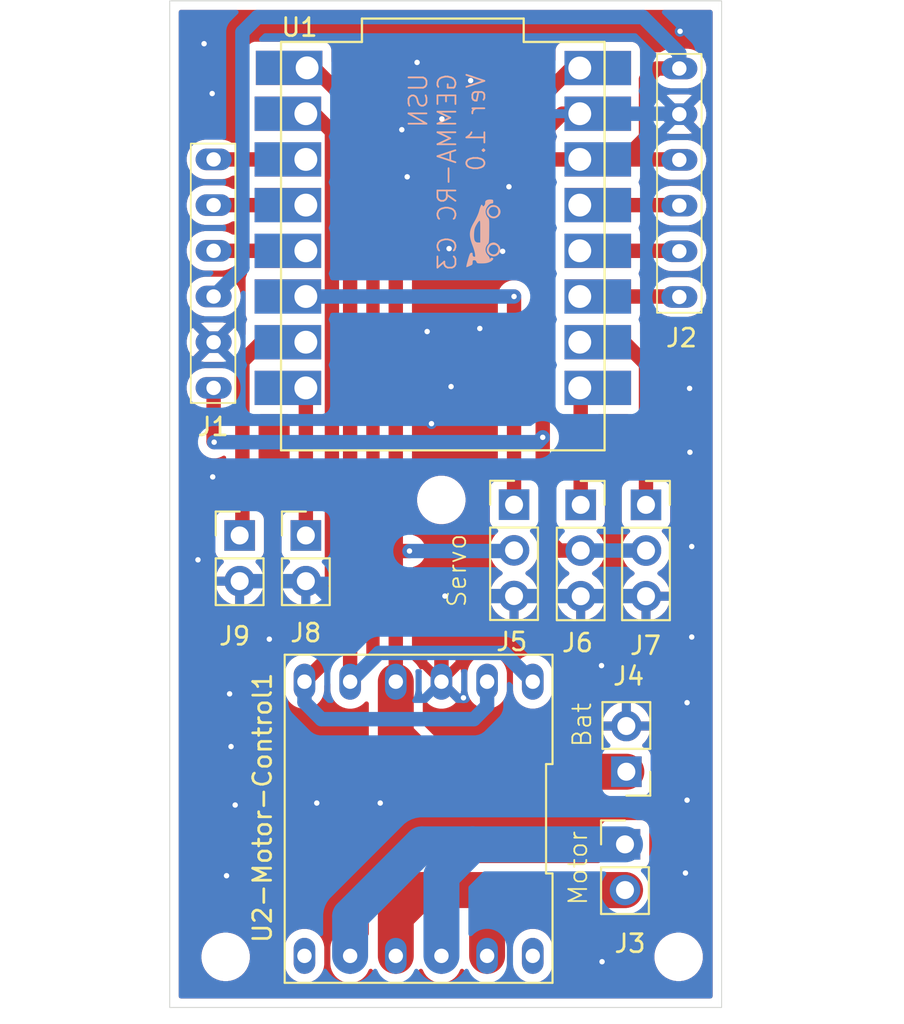
<source format=kicad_pcb>
(kicad_pcb (version 20240108) (generator "pcbnew") (generator_version "8.0")
  (layers (0 "F.Cu" signal) (31 "B.Cu" signal) (34 "B.Paste" user) (35 "F.Paste" user) (36 "B.SilkS" user "B.Silkscreen") (37 "F.SilkS" user "F.Silkscreen") (38 "B.Mask" user) (39 "F.Mask" user) (44 "Edge.Cuts" user))
  (net 0 "")
  (net 1 "Net-(J3-Pin_2)")
  (net 2 "Net-(J3-Pin_1)")
  (net 3 "GND")
  (net 4 "+BATT")
  (net 5 "/Servo_SIGN")
  (net 6 "+3.3V")
  (net 7 "/ADC0")
  (net 8 "/ADC1")
  (net 9 "/GP21")
  (net 10 "/INT1")
  (net 11 "/SDA0")
  (net 12 "/MC_1")
  (net 13 "/MC_2")
  (net 14 "/INT0")
  (net 15 "/GP20")
  (net 16 "/SCL1")
  (net 17 "/SDA1")
  (net 18 "/SCL0")
  (footprint "Connector_PinSocket_2.54mm:PinSocket_1x03_P2.54mm_Vertical" (layer "F.Cu") (at 125.5522 61.8744)
    (property "Reference" "J6" (at -0.1778 7.6708 0) (layer "F.SilkS"))
    (property "Value" "Pot")
    (pad "1" thru_hole rect (at 0 0) (size 1.7 1.7) (drill 1) (layers "*.Cu" "*.Mask") (net 7 "/ADC0"))
    (pad "2" thru_hole oval (at 0 2.54) (size 1.7 1.7) (drill 1) (layers "*.Cu" "*.Mask") (net 6 "+3.3V"))
    (pad "3" thru_hole oval (at 0 5.08) (size 1.7 1.7) (drill 1) (layers "*.Cu" "*.Mask") (net 3 "GND"))
  )
  (footprint "apds:SIP-6" (layer "F.Cu") (at 131.0386 43.9674 90)
    (property "Reference" "J2" (at -8.626 0.12 0) (layer "F.SilkS"))
    (property "Value" "I2C_CH1")
    (pad "1" thru_hole oval (at -6.35 0 90) (size 1.2 2) (drill 0.8) (layers "*.Cu" "*.Mask") (net 10 "/INT1"))
    (pad "2" thru_hole oval (at -3.81 0 90) (size 1.2 2) (drill 0.8) (layers "*.Cu" "*.Mask") (net 17 "/SDA1"))
    (pad "3" thru_hole oval (at -1.27 0 90) (size 1.2 2) (drill 0.8) (layers "*.Cu" "*.Mask") (net 16 "/SCL1"))
    (pad "4" thru_hole oval (at 1.27 0 90) (size 1.2 2) (drill 0.8) (layers "*.Cu" "*.Mask") (net 6 "+3.3V"))
    (pad "5" thru_hole oval (at 3.81 0 90) (size 1.2 2) (drill 0.8) (layers "*.Cu" "*.Mask") (net 3 "GND"))
    (pad "6" thru_hole oval (at 6.35 0 90) (size 1.2 2) (drill 0.8) (layers "*.Cu" "*.Mask") (net 6 "+3.3V"))
  )
  (footprint "Connector_PinSocket_2.54mm:PinSocket_1x03_P2.54mm_Vertical" (layer "F.Cu") (at 129.1844 61.8744)
    (property "Reference" "J7" (at -0.0254 7.8232 0) (layer "F.SilkS"))
    (property "Value" "Pot")
    (pad "1" thru_hole rect (at 0 0) (size 1.7 1.7) (drill 1) (layers "*.Cu" "*.Mask") (net 8 "/ADC1"))
    (pad "2" thru_hole oval (at 0 2.54) (size 1.7 1.7) (drill 1) (layers "*.Cu" "*.Mask") (net 6 "+3.3V"))
    (pad "3" thru_hole oval (at 0 5.08) (size 1.7 1.7) (drill 1) (layers "*.Cu" "*.Mask") (net 3 "GND"))
  )
  (footprint "Connector_PinHeader_2.54mm:PinHeader_1x02_P2.54mm_Vertical" (layer "F.Cu") (at 106.5784 63.5762)
    (property "Reference" "J9" (at -0.2794 5.593 0) (layer "F.SilkS"))
    (property "Value" "Ext2")
    (pad "1" thru_hole rect (at 0 0) (size 1.7 1.7) (drill 1) (layers "*.Cu" "*.Mask") (net 15 "/GP20"))
    (pad "2" thru_hole oval (at 0 2.54) (size 1.7 1.7) (drill 1) (layers "*.Cu" "*.Mask") (net 3 "GND"))
  )
  (footprint "apds:SIP-6" (layer "F.Cu") (at 105.1306 49.022 -90)
    (property "Reference" "J1" (at 8.509 0.0254 0) (layer "F.SilkS"))
    (property "Value" "I2C_CH0")
    (pad "1" thru_hole oval (at -6.35 0 270) (size 1.2 2) (drill 0.8) (layers "*.Cu" "*.Mask") (net 14 "/INT0"))
    (pad "2" thru_hole oval (at -3.81 0 270) (size 1.2 2) (drill 0.8) (layers "*.Cu" "*.Mask") (net 11 "/SDA0"))
    (pad "3" thru_hole oval (at -1.27 0 270) (size 1.2 2) (drill 0.8) (layers "*.Cu" "*.Mask") (net 18 "/SCL0"))
    (pad "4" thru_hole oval (at 1.27 0 270) (size 1.2 2) (drill 0.8) (layers "*.Cu" "*.Mask") (net 6 "+3.3V"))
    (pad "5" thru_hole oval (at 3.81 0 270) (size 1.2 2) (drill 0.8) (layers "*.Cu" "*.Mask") (net 3 "GND"))
    (pad "6" thru_hole oval (at 6.35 0 270) (size 1.2 2) (drill 0.8) (layers "*.Cu" "*.Mask") (net 6 "+3.3V"))
  )
  (footprint "MountingHole:MountingHole_2.2mm_M2_DIN965" (layer "F.Cu") (at 105.8 87)
    (property "Reference" "REF**" (hide yes))
    (property "Value" "MountingHole_2.2mm_M2_DIN965")
    (pad "" np_thru_hole circle (at 0 0) (size 2.2 2.2) (drill 2.2) (layers "*.Cu" "*.Mask"))
  )
  (footprint "MountingHole:MountingHole_2.2mm_M2_DIN965" (layer "F.Cu") (at 131 87)
    (property "Reference" "REF**" (hide yes))
    (property "Value" "MountingHole_2.2mm_M2_DIN965")
    (pad "" np_thru_hole circle (at 0 0) (size 2.2 2.2) (drill 2.2) (layers "*.Cu" "*.Mask"))
  )
  (footprint "Connector_PinHeader_2.54mm:PinHeader_1x02_P2.54mm_Vertical" (layer "F.Cu") (at 110.2614 63.5762)
    (property "Reference" "J8" (at 0 5.4152 0) (layer "F.SilkS"))
    (property "Value" "Ext1")
    (pad "1" thru_hole rect (at 0 0) (size 1.7 1.7) (drill 1) (layers "*.Cu" "*.Mask") (net 9 "/GP21"))
    (pad "2" thru_hole oval (at 0 2.54) (size 1.7 1.7) (drill 1) (layers "*.Cu" "*.Mask") (net 3 "GND"))
  )
  (footprint "MountingHole:MountingHole_2.2mm_M2_DIN965" (layer "F.Cu") (at 117.8 61.6)
    (property "Reference" "REF**" (hide yes))
    (property "Value" "MountingHole_2.2mm_M2_DIN965")
    (pad "" np_thru_hole circle (at 0 0) (size 2.2 2.2) (drill 2.2) (layers "*.Cu" "*.Mask"))
  )
  (footprint "Connector_PinHeader_2.54mm:PinHeader_1x02_P2.54mm_Vertical" (layer "F.Cu") (at 128.0922 76.708 180)
    (property "Reference" "J4" (at -0.127 5.3086 180) (layer "F.SilkS"))
    (property "Value" "3.7V Battery")
    (pad "1" thru_hole rect (at 0 0 180) (size 1.7 1.7) (drill 1) (layers "*.Cu" "*.Mask") (net 4 "+BATT"))
    (pad "2" thru_hole oval (at 0 2.54 180) (size 1.7 1.7) (drill 1) (layers "*.Cu" "*.Mask") (net 3 "GND"))
  )
  (footprint "espc3Library:MODULE_ESP32-C3_SUPERMINI" (layer "F.Cu") (at 117.8814 47.492)
    (property "Reference" "U1" (at -7.9756 -12.1606 0) (layer "F.SilkS"))
    (property "Value" "ESP32-C3_SUPERMINI")
    (pad "0" thru_hole rect (at 7.62 7.88) (size 3.7 1.905) (drill 1.27 (offset 1 0)) (layers "*.Cu" "*.Mask") (net 7 "/ADC0"))
    (pad "1" thru_hole rect (at 7.62 5.34) (size 3.7 1.905) (drill 1.27 (offset 1 0)) (layers "*.Cu" "*.Mask") (net 8 "/ADC1"))
    (pad "2" thru_hole rect (at 7.62 2.8) (size 3.7 1.905) (drill 1.27 (offset 1 0)) (layers "*.Cu" "*.Mask") (net 10 "/INT1"))
    (pad "3" thru_hole rect (at 7.62 0.26) (size 3.7 1.905) (drill 1.27 (offset 1 0)) (layers "*.Cu" "*.Mask") (net 17 "/SDA1"))
    (pad "3.3" thru_hole rect (at 7.62 -4.82) (size 3.7 1.905) (drill 1.27 (offset 1 0)) (layers "*.Cu" "*.Mask") (net 6 "+3.3V"))
    (pad "4" thru_hole rect (at 7.62 -2.28) (size 3.7 1.905) (drill 1.27 (offset 1 0)) (layers "*.Cu" "*.Mask") (net 16 "/SCL1"))
    (pad "5" thru_hole rect (at -7.55 -9.91) (size 3.7 1.905) (drill 1.27 (offset -1 0)) (layers "*.Cu" "*.Mask") (net 13 "/MC_2"))
    (pad "5V" thru_hole rect (at 7.62 -9.9) (size 3.7 1.905) (drill 1.27 (offset 1 0)) (layers "*.Cu" "*.Mask") (net 4 "+BATT"))
    (pad "6" thru_hole rect (at -7.62 -7.36) (size 3.7 1.905) (drill 1.27 (offset -1 0)) (layers "*.Cu" "*.Mask") (net 12 "/MC_1"))
    (pad "7" thru_hole rect (at -7.62 -4.82) (size 3.7 1.905) (drill 1.27 (offset -1 0)) (layers "*.Cu" "*.Mask") (net 14 "/INT0"))
    (pad "8" thru_hole rect (at -7.62 -2.28) (size 3.7 1.905) (drill 1.27 (offset -1 0)) (layers "*.Cu" "*.Mask") (net 11 "/SDA0"))
    (pad "9" thru_hole rect (at -7.62 0.26) (size 3.7 1.905) (drill 1.27 (offset -1 0)) (layers "*.Cu" "*.Mask") (net 18 "/SCL0"))
    (pad "10" thru_hole rect (at -7.62 2.8) (size 3.7 1.905) (drill 1.27 (offset -1 0)) (layers "*.Cu" "*.Mask") (net 5 "/Servo_SIGN"))
    (pad "20" thru_hole rect (at -7.62 5.34) (size 3.7 1.905) (drill 1.27 (offset -1 0)) (layers "*.Cu" "*.Mask") (net 15 "/GP20"))
    (pad "21" thru_hole rect (at -7.62 7.88) (size 3.7 1.905) (drill 1.27 (offset -1 0)) (layers "*.Cu" "*.Mask") (net 9 "/GP21"))
    (pad "G" thru_hole rect (at 7.62 -7.36) (size 3.7 1.905) (drill 1.27 (offset 1 0)) (layers "*.Cu" "*.Mask") (net 3 "GND"))
  )
  (footprint "espc3Library:DIP-12_600_ELL" (layer "F.Cu") (at 116.5352 79.3242 180)
    (property "Reference" "U2-Motor-Control1" (at 8.6868 0.6096 -90) (layer "F.SilkS"))
    (property "Value" "~")
    (pad "1" thru_hole oval (at -6.35 7.62 180) (size 1.2 2) (drill 0.8) (layers "*.Cu" "*.Mask") (net 13 "/MC_2"))
    (pad "2" thru_hole oval (at -3.81 7.62 180) (size 1.2 2) (drill 0.8) (layers "*.Cu" "*.Mask") (net 12 "/MC_1"))
    (pad "3" thru_hole oval (at -1.27 7.62 180) (size 1.2 2) (drill 0.8) (layers "*.Cu" "*.Mask") (net 3 "GND"))
    (pad "4" thru_hole oval (at 1.27 7.62 180) (size 1.2 2) (drill 0.8) (layers "*.Cu" "*.Mask") (net 4 "+BATT"))
    (pad "5" thru_hole oval (at 3.81 7.62 180) (size 1.2 2) (drill 0.8) (layers "*.Cu" "*.Mask") (net 13 "/MC_2"))
    (pad "6" thru_hole oval (at 6.35 7.62 180) (size 1.2 2) (drill 0.8) (layers "*.Cu" "*.Mask") (net 12 "/MC_1"))
    (pad "7" thru_hole oval (at 6.35 -7.62 180) (size 1.2 2) (drill 0.8) (layers "*.Cu" "*.Mask"))
    (pad "8" thru_hole oval (at 3.81 -7.62 180) (size 1.2 2) (drill 0.8) (layers "*.Cu" "*.Mask") (net 2 "Net-(J3-Pin_1)"))
    (pad "9" thru_hole oval (at 1.27 -7.62 180) (size 1.2 2) (drill 0.8) (layers "*.Cu" "*.Mask") (net 1 "Net-(J3-Pin_2)"))
    (pad "10" thru_hole oval (at -1.27 -7.62 180) (size 1.2 2) (drill 0.8) (layers "*.Cu" "*.Mask") (net 2 "Net-(J3-Pin_1)"))
    (pad "11" thru_hole oval (at -3.81 -7.62 180) (size 1.2 2) (drill 0.8) (layers "*.Cu" "*.Mask") (net 1 "Net-(J3-Pin_2)"))
    (pad "12" thru_hole oval (at -6.35 -7.62 180) (size 1.2 2) (drill 0.8) (layers "*.Cu" "*.Mask"))
  )
  (footprint "Connector_PinHeader_2.54mm:PinHeader_1x03_P2.54mm_Vertical" (layer "F.Cu") (at 121.8438 61.864)
    (property "Reference" "J5" (at -0.127 7.62 180) (layer "F.SilkS"))
    (property "Value" "Servo")
    (pad "1" thru_hole rect (at 0 0) (size 1.7 1.7) (drill 1) (layers "*.Cu" "*.Mask") (net 5 "/Servo_SIGN"))
    (pad "2" thru_hole oval (at 0 2.54) (size 1.7 1.7) (drill 1) (layers "*.Cu" "*.Mask") (net 4 "+BATT"))
    (pad "3" thru_hole oval (at 0 5.08) (size 1.7 1.7) (drill 1) (layers "*.Cu" "*.Mask") (net 3 "GND"))
  )
  (footprint "Connector_PinHeader_2.54mm:PinHeader_1x02_P2.54mm_Vertical" (layer "F.Cu") (at 128.016 80.7466)
    (property "Reference" "J3" (at 0.2794 5.5118 0) (layer "F.SilkS"))
    (property "Value" "DC-Motor")
    (pad "1" thru_hole rect (at 0 0) (size 1.7 1.7) (drill 1) (layers "*.Cu" "*.Mask") (net 2 "Net-(J3-Pin_1)"))
    (pad "2" thru_hole oval (at 0 2.54) (size 1.7 1.7) (drill 1) (layers "*.Cu" "*.Mask") (net 1 "Net-(J3-Pin_2)"))
  )
  (gr_poly (pts (xy 120.324712 47.670617) (xy 120.326997 47.646691) (xy 120.330693 47.623013) (xy 120.335759 47.599645) (xy 120.342154 47.576649) (xy 120.349838 47.554087) (xy 120.35877 47.532021) (xy 120.368909 47.510513) (xy 120.380215 47.489625) (xy 120.392647 47.46942) (xy 120.406164 47.449959) (xy 120.420725 47.431303) (xy 120.43629 47.413516) (xy 120.452819 47.39666) (xy 120.47027 47.380795) (xy 120.488602 47.365985) (xy 120.507776 47.35229) (xy 120.52775 47.339774) (xy 120.548483 47.328498) (xy 120.569936 47.318525) (xy 120.592067 47.309916) (xy 120.614835 47.302733) (xy 120.6382 47.297038) (xy 120.662121 47.292893) (xy 120.686558 47.290361) (xy 120.71147 47.289503) (xy 120.723175 47.289851) (xy 120.735118 47.290881) (xy 120.747269 47.29257) (xy 120.759598 47.294898) (xy 120.772074 47.297844) (xy 120.784667 47.301386) (xy 120.797346 47.305503) (xy 120.810082 47.310174) (xy 120.835601 47.321091) (xy 120.86098 47.333966) (xy 120.885977 47.348629) (xy 120.910348 47.36491) (xy 120.933852 47.382637) (xy 120.956244 47.401641) (xy 120.977282 47.421751) (xy 120.996724 47.442796) (xy 121.00577 47.453616) (xy 121.014326 47.464606) (xy 121.022361 47.475745) (xy 121.029845 47.487011) (xy 121.036748 47.498382) (xy 121.043039 47.509839) (xy 121.048688 47.521358) (xy 121.053664 47.53292) (xy 121.062435 47.556175) (xy 121.069588 47.579598) (xy 121.075162 47.603129) (xy 121.079192 47.626709) (xy 121.081716 47.650279) (xy 121.082771 47.67378) (xy 121.082393 47.697151) (xy 121.080619 47.720333) (xy 121.077485 47.743268) (xy 121.07303 47.765895) (xy 121.067289 47.788155) (xy 121.060299 47.809988) (xy 121.052098 47.831336) (xy 121.042722 47.852139) (xy 121.032207 47.872337) (xy 121.020591 47.891871) (xy 121.007911 47.910682) (xy 120.994203 47.92871) (xy 120.979504 47.945895) (xy 120.96385 47.962179) (xy 120.94728 47.977501) (xy 120.929829 47.991803) (xy 120.911535 48.005025) (xy 120.892434 48.017107) (xy 120.872562 48.027991) (xy 120.851958 48.037616) (xy 120.830657 48.045924) (xy 120.808697 48.052854) (xy 120.786114 48.058347) (xy 120.762945 48.062345) (xy 120.739228 48.064787) (xy 120.714997 48.065614) (xy 120.705358 48.065379) (xy 120.705358 47.949845) (xy 120.729651 47.948985) (xy 120.753192 47.945844) (xy 120.775911 47.940546) (xy 120.797735 47.933213) (xy 120.818592 47.923967) (xy 120.838412 47.912933) (xy 120.857122 47.900232) (xy 120.87465 47.885987) (xy 120.890925 47.870321) (xy 120.905876 47.853357) (xy 120.919429 47.835217) (xy 120.931515 47.816024) (xy 120.94206 47.795901) (xy 120.950994 47.774971) (xy 120.958245 47.753356) (xy 120.96374 47.731178) (xy 120.967409 47.708562) (xy 120.969179 47.685629) (xy 120.968979 47.662502) (xy 120.966738 47.639305) (xy 120.962382 47.616158) (xy 120.955842 47.593187) (xy 120.947044 47.570512) (xy 120.935918 47.548258) (xy 120.922391 47.526545) (xy 120.906392 47.505499) (xy 120.88785 47.48524) (xy 120.866692 47.465892) (xy 120.858492 47.459825) (xy 120.849789 47.454193) (xy 120.840618 47.448994) (xy 120.831015 47.444229) (xy 120.821013 47.439899) (xy 120.810649 47.436003) (xy 120.788971 47.429512) (xy 120.766259 47.424758) (xy 120.742793 47.42174) (xy 120.718851 47.420458) (xy 120.694713 47.420913) (xy 120.670657 47.423104) (xy 120.646964 47.427032) (xy 120.623911 47.432695) (xy 120.601778 47.440095) (xy 120.591144 47.444446) (xy 120.580844 47.449232) (xy 120.570913 47.454451) (xy 120.561388 47.460104) (xy 120.552301 47.466192) (xy 120.543688 47.472713) (xy 120.535585 47.479669) (xy 120.528025 47.487059) (xy 120.514991 47.50114) (xy 120.503006 47.515576) (xy 120.492063 47.530329) (xy 120.482157 47.545364) (xy 120.473282 47.560641) (xy 120.465432 47.576123) (xy 120.458602 47.591774) (xy 120.452784 47.607554) (xy 120.447975 47.623428) (xy 120.444167 47.639358) (xy 120.441356 47.655305) (xy 120.439535 47.671234) (xy 120.438698 47.687105) (xy 120.43884 47.702882) (xy 120.439954 47.718527) (xy 120.442036 47.734003) (xy 120.445078 47.749273) (xy 120.449077 47.764298) (xy 120.454024 47.779041) (xy 120.459916 47.793466) (xy 120.466745 47.807533) (xy 120.474507 47.821207) (xy 120.483194 47.83445) (xy 120.492803 47.847223) (xy 120.503326 47.85949) (xy 120.514757 47.871213) (xy 120.527092 47.882355) (xy 120.540324 47.892877) (xy 120.554448 47.902744) (xy 120.569457 47.911917) (xy 120.585346 47.920358) (xy 120.602109 47.928031) (xy 120.628689 47.937519) (xy 120.654806 47.944235) (xy 120.680386 47.948303) (xy 120.705358 47.949845) (xy 120.705358 48.065379) (xy 120.70198 48.065297) (xy 120.688748 48.064358) (xy 120.675331 48.062815) (xy 120.661764 48.060688) (xy 120.648078 48.057995) (xy 120.634305 48.054755) (xy 120.620478 48.050986) (xy 120.606629 48.046708) (xy 120.59279 48.041939) (xy 120.578994 48.036697) (xy 120.551659 48.024873) (xy 120.524882 48.011384) (xy 120.498921 47.996382) (xy 120.474036 47.980015) (xy 120.450483 47.962434) (xy 120.439288 47.953235) (xy 120.428522 47.943788) (xy 120.41822 47.934113) (xy 120.408412 47.924228) (xy 120.399131 47.914151) (xy 120.390409 47.903903) (xy 120.38228 47.8935) (xy 120.374774 47.882962) (xy 120.367924 47.872309) (xy 120.361763 47.861557) (xy 120.356323 47.850727) (xy 120.351636 47.839837) (xy 120.342907 47.81591) (xy 120.335873 47.791798) (xy 120.330493 47.767562) (xy 120.326728 47.743264) (xy 120.324537 47.718965) (xy 120.323878 47.694729)) (stroke (width -0.000001)) (fill solid) (layer "B.SilkS"))
  (gr_poly (pts (xy 119.189303 48.616037) (xy 119.196289 48.573173) (xy 119.209229 48.514269) (xy 119.22837 48.43763) (xy 119.25396 48.34156) (xy 119.286248 48.224364) (xy 119.301484 48.171527) (xy 119.315531 48.123961) (xy 119.328524 48.081396) (xy 119.340597 48.043566) (xy 119.351885 48.0102) (xy 119.357277 47.995108) (xy 119.362522 47.98103) (xy 119.367638 47.967935) (xy 119.372642 47.955788) (xy 119.37755 47.944556) (xy 119.38238 47.934205) (xy 119.387147 47.924701) (xy 119.391869 47.916011) (xy 119.396563 47.908102) (xy 119.401245 47.900939) (xy 119.405932 47.894489) (xy 119.410641 47.888719) (xy 119.415389 47.883595) (xy 119.420193 47.879083) (xy 119.425069 47.87515) (xy 119.430034 47.871762) (xy 119.435105 47.868886) (xy 119.440298 47.866488) (xy 119.445632 47.864534) (xy 119.451121 47.862991) (xy 119.456784 47.861825) (xy 119.462636 47.861003) (xy 119.473973 47.859359) (xy 119.484203 47.858433) (xy 119.493379 47.858283) (xy 119.497588 47.858516) (xy 119.501552 47.858964) (xy 119.505279 47.859634) (xy 119.508775 47.860534) (xy 119.512046 47.86167) (xy 119.515098 47.86305) (xy 119.517939 47.86468) (xy 119.520574 47.866568) (xy 119.523011 47.868721) (xy 119.525255 47.871146) (xy 119.527312 47.87385) (xy 119.529191 47.87684) (xy 119.530896 47.880123) (xy 119.532434 47.883706) (xy 119.533812 47.887598) (xy 119.535037 47.891803) (xy 119.536114 47.896331) (xy 119.537051 47.901187) (xy 119.538527 47.911914) (xy 119.539517 47.924042) (xy 119.540074 47.937626) (xy 119.540248 47.952725) (xy 119.540498 47.966747) (xy 119.54126 47.979735) (xy 119.541838 47.985854) (xy 119.54255 47.991731) (xy 119.543397 47.99737) (xy 119.544382 48.002776) (xy 119.545506 48.007955) (xy 119.546772 48.012911) (xy 119.548181 48.017651) (xy 119.549735 48.022179) (xy 119.551437 48.0265) (xy 119.553288 48.030619) (xy 119.55529 48.034542) (xy 119.557446 48.038274) (xy 119.559756 48.04182) (xy 119.562223 48.045185) (xy 119.564849 48.048374) (xy 119.567636 48.051393) (xy 119.570586 48.054246) (xy 119.5737 48.05694) (xy 119.576981 48.059478) (xy 119.580431 48.061866) (xy 119.584051 48.06411) (xy 119.587844 48.066214) (xy 119.591811 48.068184) (xy 119.595955 48.070024) (xy 119.600276 48.071741) (xy 119.604778 48.073338) (xy 119.609463 48.074822) (xy 119.614331 48.076198) (xy 119.626786 48.079766) (xy 119.637737 48.08242) (xy 119.647251 48.083988) (xy 119.655396 48.084301) (xy 119.658976 48.083933) (xy 119.662239 48.083187) (xy 119.665193 48.082042) (xy 119.667847 48.080477) (xy 119.670209 48.078469) (xy 119.672287 48.075999) (xy 119.67409 48.073044) (xy 119.675626 48.069583) (xy 119.676904 48.065595) (xy 119.677932 48.061059) (xy 119.679271 48.050256) (xy 119.679711 48.037004) (xy 119.679319 48.021131) (xy 119.678163 48.002468) (xy 119.676308 47.980844) (xy 119.670775 47.928031) (xy 119.668224 47.908929) (xy 119.664588 47.887496) (xy 119.654349 47.838569) (xy 119.640638 47.78311) (xy 119.624032 47.722979) (xy 119.605112 47.660037) (xy 119.584455 47.596144) (xy 119.562641 47.533161) (xy 119.540248 47.472948) (xy 119.500775 47.366931) (xy 119.46706 47.267916) (xy 119.439153 47.175051) (xy 119.417106 47.087483) (xy 119.400971 47.004359) (xy 119.390799 46.924826) (xy 119.386643 46.848032) (xy 119.386836 46.810396) (xy 119.388553 46.773125) (xy 119.391799 46.736112) (xy 119.396582 46.699251) (xy 119.402907 46.662435) (xy 119.410781 46.625558) (xy 119.431202 46.551193) (xy 119.457896 46.475303) (xy 119.490916 46.397037) (xy 119.530312 46.31554) (xy 119.576137 46.229962) (xy 119.628442 46.139448) (xy 119.669321 46.068162) (xy 119.709416 45.993155) (xy 119.747939 45.91633) (xy 119.784105 45.839587) (xy 119.81713 45.764828) (xy 119.846227 45.693956) (xy 119.870611 45.628871) (xy 119.889497 45.571476) (xy 119.903312 45.519613) (xy 119.917995 45.468123) (xy 119.933092 45.418369) (xy 119.948147 45.371715) (xy 119.962706 45.329527) (xy 119.976314 45.293167) (xy 119.982619 45.2776) (xy 119.988516 45.264001) (xy 119.993949 45.252542) (xy 119.998859 45.243393) (xy 120.005741 45.230367) (xy 120.011916 45.219063) (xy 120.017501 45.209464) (xy 120.02011 45.2053) (xy 120.022616 45.201555) (xy 120.025034 45.19823) (xy 120.02738 45.195321) (xy 120.029667 45.192826) (xy 120.031911 45.190745) (xy 120.034126 45.189074) (xy 120.036328 45.187812) (xy 120.038532 45.186957) (xy 120.040751 45.186507) (xy 120.043001 45.18646) (xy 120.045298 45.186815) (xy 120.047655 45.187568) (xy 120.050087 45.188719) (xy 120.05261 45.190265) (xy 120.055238 45.192204) (xy 120.057987 45.194535) (xy 120.06087 45.197256) (xy 120.063904 45.200364) (xy 120.067102 45.203857) (xy 120.074051 45.211994) (xy 120.081838 45.22165) (xy 120.090581 45.232809) (xy 120.099326 45.243349) (xy 120.107131 45.252474) (xy 120.11413 45.260172) (xy 120.117369 45.263483) (xy 120.120457 45.266433) (xy 120.12341 45.269022) (xy 120.126246 45.271248) (xy 120.128981 45.273109) (xy 120.131633 45.274605) (xy 120.134217 45.275734) (xy 120.13675 45.276495) (xy 120.13925 45.276886) (xy 120.141734 45.276906) (xy 120.144217 45.276555) (xy 120.146717 45.27583) (xy 120.149251 45.27473) (xy 120.151835 45.273255) (xy 120.154486 45.271402) (xy 120.157221 45.26917) (xy 120.160057 45.266559) (xy 120.163011 45.263567) (xy 120.166098 45.260192) (xy 120.169337 45.256434) (xy 120.176336 45.247761) (xy 120.184141 45.237537) (xy 120.192886 45.225753) (xy 120.198672 45.218118) (xy 120.204117 45.209816) (xy 120.209211 45.200926) (xy 120.213943 45.191523) (xy 120.218303 45.181686) (xy 120.22228 45.171493) (xy 120.225865 45.161021) (xy 120.229046 45.150347) (xy 120.231814 45.13955) (xy 120.234159 45.128705) (xy 120.236069 45.117892) (xy 120.237535 45.107187) (xy 120.238546 45.096668) (xy 120.239092 45.086413) (xy 120.239163 45.076499) (xy 120.238747 45.067004) (xy 120.237836 45.056866) (xy 120.237737 45.046963) (xy 120.238438 45.037304) (xy 120.239926 45.027895) (xy 120.242186 45.018744) (xy 120.245204 45.00986) (xy 120.248969 45.001249) (xy 120.253465 44.99292) (xy 120.258679 44.984881) (xy 120.264599 44.977138) (xy 120.271209 44.969701) (xy 120.278497 44.962576) (xy 120.286449 44.955771) (xy 120.295052 44.949295) (xy 120.314154 44.937358) (xy 120.335695 44.926826) (xy 120.359567 44.917762) (xy 120.385661 44.910227) (xy 120.413869 44.904285) (xy 120.444081 44.899995) (xy 120.47619 44.897422) (xy 120.510088 44.896626) (xy 120.545664 44.89767) (xy 120.568759 44.899636) (xy 120.589203 44.901659) (xy 120.607157 44.903879) (xy 120.622779 44.906434) (xy 120.629767 44.907882) (xy 120.636231 44.909465) (xy 120.642194 44.911203) (xy 120.647673 44.913111) (xy 120.652691 44.915208) (xy 120.657265 44.917511) (xy 120.661418 44.920038) (xy 120.665168 44.922806) (xy 120.668535 44.925832) (xy 120.67154 44.929133) (xy 120.674203 44.932728) (xy 120.676543 44.936634) (xy 120.678581 44.940868) (xy 120.680337 44.945448) (xy 120.681831 44.95039) (xy 120.683082 44.955713) (xy 120.684111 44.961434) (xy 120.684938 44.96757) (xy 120.686066 44.981159) (xy 120.686624 44.996618) (xy 120.686775 45.014087) (xy 120.686599 45.029809) (xy 120.686024 45.043956) (xy 120.684985 45.056604) (xy 120.684269 45.06239) (xy 120.683413 45.06783) (xy 120.682406 45.072935) (xy 120.681242 45.077713) (xy 120.67991 45.082175) (xy 120.678404 45.08633) (xy 120.676714 45.090188) (xy 120.674832 45.093759) (xy 120.67275 45.097052) (xy 120.670459 45.100076) (xy 120.667952 45.102843) (xy 120.665218 45.10536) (xy 120.662251 45.107639) (xy 120.659042 45.109688) (xy 120.655582 45.111518) (xy 120.651864 45.113138) (xy 120.647877 45.114557) (xy 120.643615 45.115786) (xy 120.639069 45.116834) (xy 120.63423 45.117711) (xy 120.62909 45.118427) (xy 120.62364 45.11899) (xy 120.61178 45.119701) (xy 120.598581 45.11992) (xy 120.588489 45.120431) (xy 120.578078 45.121942) (xy 120.567382 45.124417) (xy 120.556434 45.127823) (xy 120.545265 45.132126) (xy 120.53391 45.137291) (xy 120.510772 45.150072) (xy 120.487283 45.165891) (xy 120.463705 45.184475) (xy 120.440304 45.205549) (xy 120.417341 45.22884) (xy 120.395082 45.254075) (xy 120.373788 45.280979) (xy 120.353725 45.309277) (xy 120.335155 45.338698) (xy 120.318342 45.368965) (xy 120.30355 45.399807) (xy 120.291042 45.430948) (xy 120.281081 45.462115) (xy 120.27417 45.489042) (xy 120.269285 45.516795) (xy 120.266384 45.54521) (xy 120.265426 45.574122) (xy 120.26637 45.603364) (xy 120.269175 45.632771) (xy 120.273798 45.662178) (xy 120.280199 45.69142) (xy 120.288336 45.720331) (xy 120.298169 45.748747) (xy 120.309654 45.7765) (xy 120.322753 45.803427) (xy 120.337422 45.829362) (xy 120.353621 45.854139) (xy 120.371308 45.877593) (xy 120.390442 45.899559) (xy 120.416197 45.928794) (xy 120.426703 45.943967) (xy 120.435752 45.960799) (xy 120.443436 45.980256) (xy 120.449849 46.003305) (xy 120.455084 46.030911) (xy 120.459234 46.064042) (xy 120.462391 46.103663) (xy 120.464649 46.150741) (xy 120.46684 46.271133) (xy 120.466551 46.432949) (xy 120.464525 46.64392) (xy 120.462934 46.844735) (xy 120.46182 46.928267) (xy 120.460391 47.001604) (xy 120.45857 47.065535) (xy 120.456278 47.120852) (xy 120.453438 47.168345) (xy 120.451789 47.189405) (xy 120.449973 47.208805) (xy 120.447982 47.226645) (xy 120.445805 47.243023) (xy 120.443434 47.258038) (xy 120.440857 47.271789) (xy 120.438067 47.284374) (xy 120.435052 47.295893) (xy 120.431803 47.306444) (xy 120.42831 47.316127) (xy 120.424565 47.32504) (xy 120.420556 47.333281) (xy 120.416275 47.34095) (xy 120.411712 47.348146) (xy 120.406857 47.354967) (xy 120.4017 47.361512) (xy 120.396231 47.36788) (xy 120.390442 47.37417) (xy 120.374743 47.39158) (xy 120.360056 47.409398) (xy 120.346383 47.427595) (xy 120.333722 47.446145) (xy 120.322074 47.46502) (xy 120.311439 47.484194) (xy 120.301817 47.503639) (xy 120.293208 47.523329) (xy 120.285611 47.543235) (xy 120.279028 47.563332) (xy 120.273457 47.583591) (xy 120.268899 47.603985) (xy 120.265354 47.624489) (xy 120.262822 47.645073) (xy 120.261302 47.665712) (xy 120.260796 47.686378) (xy 120.261302 47.707044) (xy 120.262822 47.727683) (xy 120.265354 47.748268) (xy 120.268899 47.768771) (xy 120.273457 47.789166) (xy 120.279028 47.809425) (xy 120.285611 47.829521) (xy 120.293208 47.849428) (xy 120.301817 47.869117) (xy 120.311439 47.888562) (xy 120.322074 47.907736) (xy 120.333722 47.926612) (xy 120.346383 47.945162) (xy 120.360056 47.963359) (xy 120.374743 47.981176) (xy 120.390442 47.998587) (xy 120.400932 48.010104) (xy 120.411195 48.022103) (xy 120.421169 48.034484) (xy 120.430791 48.047149) (xy 120.44 48.06) (xy 120.448733 48.072939) (xy 120.456929 48.085867) (xy 120.464525 48.098687) (xy 120.47146 48.111301) (xy 120.477672 48.123609) (xy 120.483098 48.135514) (xy 120.487676 48.146919) (xy 120.491345 48.157723) (xy 120.494043 48.16783) (xy 120.495707 48.177142) (xy 120.496132 48.181468) (xy 120.496275 48.185559) (xy 120.496939 48.195522) (xy 120.497619 48.204245) (xy 120.498329 48.211728) (xy 120.499086 48.21797) (xy 120.499906 48.222973) (xy 120.500802 48.226735) (xy 120.501284 48.228151) (xy 120.501792 48.229256) (xy 120.502326 48.230052) (xy 120.50289 48.230538) (xy 120.503484 48.230714) (xy 120.504112 48.230579) (xy 120.504774 48.230135) (xy 120.505474 48.22938) (xy 120.506212 48.228316) (xy 120.50699 48.226941) (xy 120.508678 48.223262) (xy 120.510551 48.218342) (xy 120.512626 48.212182) (xy 120.514918 48.204782) (xy 120.517442 48.196142) (xy 120.518185 48.193177) (xy 120.519089 48.190236) (xy 120.520147 48.187326) (xy 120.521356 48.184449) (xy 120.522709 48.181612) (xy 120.524201 48.178818) (xy 120.527584 48.173377) (xy 120.531464 48.168164) (xy 120.535797 48.163214) (xy 120.540545 48.158564) (xy 120.545664 48.15425) (xy 120.551114 48.150308) (xy 120.556854 48.146774) (xy 120.562841 48.143685) (xy 120.569036 48.141076) (xy 120.575395 48.138984) (xy 120.578624 48.138143) (xy 120.581879 48.137445) (xy 120.585154 48.136894) (xy 120.588445 48.136495) (xy 120.591747 48.136252) (xy 120.595053 48.13617) (xy 120.610228 48.136598) (xy 120.624014 48.137858) (xy 120.636428 48.139914) (xy 120.647487 48.142729) (xy 120.657208 48.146268) (xy 120.665607 48.150495) (xy 120.672701 48.155372) (xy 120.678507 48.160864) (xy 120.683042 48.166936) (xy 120.686322 48.173549) (xy 120.688365 48.180669) (xy 120.689187 48.18826) (xy 120.688805 48.196284) (xy 120.687235 48.204707) (xy 120.684495 48.213491) (xy 120.680602 48.222601) (xy 120.675571 48.232) (xy 120.669421 48.241652) (xy 120.662167 48.251521) (xy 120.653826 48.261571) (xy 120.644416 48.271766) (xy 120.633953 48.28207) (xy 120.622454 48.292445) (xy 120.609936 48.302857) (xy 120.596415 48.313269) (xy 120.581908 48.323645) (xy 120.566433 48.333949) (xy 120.550005 48.344143) (xy 120.532642 48.354194) (xy 120.51436 48.364063) (xy 120.495177 48.373715) (xy 120.475109 48.383114) (xy 120.453883 48.392046) (xy 120.432465 48.400326) (xy 120.410748 48.407966) (xy 120.388623 48.414975) (xy 120.365981 48.421364) (xy 120.342714 48.427143) (xy 120.318713 48.432322) (xy 120.293869 48.436913) (xy 120.268075 48.440925) (xy 120.241221 48.444368) (xy 120.2132 48.447253) (xy 120.183902 48.449591) (xy 120.121042 48.452664) (xy 120.051775 48.45367) (xy 120.00748 48.45361) (xy 119.96828 48.453353) (xy 119.933814 48.452786) (xy 119.903719 48.451796) (xy 119.890198 48.451106) (xy 119.877634 48.450268) (xy 119.865983 48.449267) (xy 119.855198 48.448089) (xy 119.845235 48.44672) (xy 119.840109 48.445841) (xy 119.840109 47.289503) (xy 119.963581 47.289503) (xy 119.963581 46.665087) (xy 119.963526 46.558716) (xy 119.963305 46.465326) (xy 119.962837 46.384174) (xy 119.962037 46.314514) (xy 119.961488 46.283761) (xy 119.960825 46.255603) (xy 119.960038 46.229945) (xy 119.959116 46.206696) (xy 119.95805 46.185762) (xy 119.956828 46.16705) (xy 119.955442 46.150467) (xy 119.953879 46.13592) (xy 119.952131 46.123316) (xy 119.950186 46.112562) (xy 119.949137 46.10785) (xy 119.948035 46.103565) (xy 119.946878 46.099697) (xy 119.945666 46.096233) (xy 119.944397 46.093161) (xy 119.94307 46.090471) (xy 119.941684 46.08815) (xy 119.940237 46.086187) (xy 119.938728 46.08457) (xy 119.937155 46.083288) (xy 119.935518 46.082328) (xy 119.933815 46.08168) (xy 119.932045 46.081332) (xy 119.930206 46.081272) (xy 119.928298 46.081489) (xy 119.926319 46.08197) (xy 119.924267 46.082704) (xy 119.922141 46.08368) (xy 119.919941 46.084886) (xy 119.917665 46.086311) (xy 119.912878 46.089768) (xy 119.90777 46.093959) (xy 119.902332 46.098791) (xy 119.896553 46.10417) (xy 119.889498 46.111011) (xy 119.881622 46.119542) (xy 119.863756 46.141157) (xy 119.843657 46.16798) (xy 119.822029 46.198979) (xy 119.799574 46.23312) (xy 119.776995 46.269369) (xy 119.754994 46.306693) (xy 119.734275 46.344059) (xy 119.719753 46.37064) (xy 119.706563 46.396307) (xy 119.694634 46.421302) (xy 119.683894 46.445868) (xy 119.67427 46.470248) (xy 119.66569 46.494685) (xy 119.658082 46.519422) (xy 119.651373 46.544701) (xy 119.64549 46.570766) (xy 119.640362 46.597859) (xy 119.635916 46.626224) (xy 119.63208 46.656102) (xy 119.628781 46.687737) (xy 119.625948 46.721373) (xy 119.621386 46.795615) (xy 119.618998 46.86046) (xy 119.618486 46.920148) (xy 119.618951 46.9481) (xy 119.619906 46.974813) (xy 119.621359 47.000304) (xy 119.623316 47.024589) (xy 119.625784 47.047686) (xy 119.628772 47.069612) (xy 119.632285 47.090382) (xy 119.636331 47.110014) (xy 119.640917 47.128525) (xy 119.646051 47.145931) (xy 119.651738 47.162249) (xy 119.657987 47.177497) (xy 119.664804 47.19169) (xy 119.672197 47.204845) (xy 119.680173 47.216981) (xy 119.688738 47.228112) (xy 119.6979 47.238256) (xy 119.707666 47.24743) (xy 119.718043 47.255651) (xy 119.729039 47.262935) (xy 119.740659 47.269299) (xy 119.752912 47.27476) (xy 119.765805 47.279335) (xy 119.779344 47.28304) (xy 119.793537 47.285893) (xy 119.808391 47.28791) (xy 119.823912 47.289108) (xy 119.840109 47.289503) (xy 119.840109 48.445841) (xy 119.836049 48.445145) (xy 119.827593 48.443351) (xy 119.819824 48.441323) (xy 119.812695 48.439047) (xy 119.806162 48.436508) (xy 119.80018 48.433693) (xy 119.794702 48.430588) (xy 119.789685 48.427177) (xy 119.785082 48.423448) (xy 119.780848 48.419385) (xy 119.776939 48.414975) (xy 119.773309 48.410203) (xy 119.769913 48.405054) (xy 119.766705 48.399516) (xy 119.763641 48.393574) (xy 119.760675 48.387213) (xy 119.757762 48.380419) (xy 119.751914 48.365475) (xy 119.747156 48.354021) (xy 119.742123 48.343454) (xy 119.736791 48.333756) (xy 119.731133 48.324906) (xy 119.725124 48.316882) (xy 119.72198 48.313174) (xy 119.718738 48.309665) (xy 119.715395 48.306352) (xy 119.711949 48.303233) (xy 119.708395 48.300305) (xy 119.70473 48.297566) (xy 119.700952 48.295013) (xy 119.697057 48.292643) (xy 119.693042 48.290454) (xy 119.688903 48.288443) (xy 119.684638 48.286608) (xy 119.680243 48.284946) (xy 119.675715 48.283455) (xy 119.671051 48.282132) (xy 119.6613 48.279979) (xy 119.650966 48.278466) (xy 119.640022 48.277574) (xy 119.628442 48.277281) (xy 119.614662 48.277466) (xy 119.60237 48.278101) (xy 119.591483 48.279304) (xy 119.581919 48.281195) (xy 119.577608 48.282435) (xy 119.573596 48.283891) (xy 119.569874 48.285579) (xy 119.56643 48.287513) (xy 119.563256 48.289708) (xy 119.560339 48.292179) (xy 119.557671 48.29494) (xy 119.555241 48.298007) (xy 119.553038 48.301394) (xy 119.551051 48.305117) (xy 119.549272 48.309189) (xy 119.547689 48.313627) (xy 119.546292 48.318444) (xy 119.545071 48.323656) (xy 119.543114 48.335324) (xy 119.541736 48.348749) (xy 119.540854 48.364049) (xy 119.540385 48.381344) (xy 119.540248 48.400753) (xy 119.540053 48.42142) (xy 119.539352 48.43991) (xy 119.537969 48.456448) (xy 119.535728 48.471254) (xy 119.534231 48.478077) (xy 119.532453 48.484551) (xy 119.530373 48.490703) (xy 119.527969 48.496561) (xy 119.525219 48.502154) (xy 119.522101 48.507507) (xy 119.518592 48.51265) (xy 119.514671 48.517611) (xy 119.510316 48.522416) (xy 119.505505 48.527094) (xy 119.500217 48.531673) (xy 119.494428 48.53618) (xy 119.481262 48.54509) (xy 119.465833 48.554046) (xy 119.447965 48.563271) (xy 119.427483 48.572987) (xy 119.404209 48.583417) (xy 119.37797 48.594781) (xy 119.345358 48.608954) (xy 119.314194 48.622176) (xy 119.285262 48.634158) (xy 119.259348 48.644611) (xy 119.237238 48.653244) (xy 119.219716 48.659769) (xy 119.207568 48.663897) (xy 119.203756 48.664971) (xy 119.201581 48.665337) (xy 119.196253 48.664144) (xy 119.192196 48.660424) (xy 119.189442 48.653965) (xy 119.188021 48.644556) (xy 119.187964 48.631984)) (stroke (width -0.000001)) (fill solid) (layer "B.SilkS"))
  (gr_poly (pts (xy 120.317964 45.562498) (xy 120.318622 45.550131) (xy 120.319822 45.537883) (xy 120.321566 45.525745) (xy 120.323855 45.513708) (xy 120.326693 45.501764) (xy 120.33008 45.489905) (xy 120.334018 45.478122) (xy 120.338511 45.466407) (xy 120.343558 45.454751) (xy 120.349164 45.443147) (xy 120.355328 45.431585) (xy 120.362054 45.420057) (xy 120.369344 45.408555) (xy 120.377198 45.39707) (xy 120.394611 45.37412) (xy 120.414307 45.351139) (xy 120.436303 45.328059) (xy 120.454274 45.310434) (xy 120.471264 45.294545) (xy 120.487447 45.28031) (xy 120.503 45.267646) (xy 120.518098 45.25647) (xy 120.532917 45.2467) (xy 120.547633 45.238252) (xy 120.562421 45.231045) (xy 120.577457 45.224996) (xy 120.592917 45.220021) (xy 120.608976 45.216038) (xy 120.625811 45.212965) (xy 120.643596 45.210719) (xy 120.662508 45.209217) (xy 120.682722 45.208376) (xy 120.704414 45.208115) (xy 120.723529 45.208627) (xy 120.742491 45.210143) (xy 120.761269 45.212635) (xy 120.779834 45.216073) (xy 120.798156 45.220428) (xy 120.816206 45.225672) (xy 120.833953 45.231774) (xy 120.851368 45.238707) (xy 120.868422 45.246441) (xy 120.885084 45.254946) (xy 120.901324 45.264195) (xy 120.917114 45.274157) (xy 120.932424 45.284804) (xy 120.947223 45.296107) (xy 120.961482 45.308036) (xy 120.975171 45.320563) (xy 120.988261 45.333658) (xy 121.000722 45.347292) (xy 121.012523 45.361437) (xy 121.023637 45.376063) (xy 121.034032 45.391141) (xy 121.043679 45.406643) (xy 121.052548 45.422538) (xy 121.06061 45.438798) (xy 121.067834 45.455394) (xy 121.074192 45.472297) (xy 121.079653 45.489478) (xy 121.084188 45.506908) (xy 121.087767 45.524557) (xy 121.09036 45.542396) (xy 121.091937 45.560398) (xy 121.09247 45.578531) (xy 121.091927 45.596354) (xy 121.090323 45.614085) (xy 121.087688 45.631691) (xy 121.084057 45.649142) (xy 121.079462 45.666407) (xy 121.073936 45.683455) (xy 121.067512 45.700255) (xy 121.060224 45.716776) (xy 121.052103 45.732987) (xy 121.043183 45.748857) (xy 121.033498 45.764355) (xy 121.023079 45.779449) (xy 121.01196 45.79411) (xy 121.000173 45.808305) (xy 120.987752 45.822005) (xy 120.97473 45.835177) (xy 120.96114 45.847791) (xy 120.947014 45.859816) (xy 120.932385 45.871221) (xy 120.917287 45.881975) (xy 120.901752 45.892047) (xy 120.885813 45.901406) (xy 120.869504 45.91002) (xy 120.852857 45.917859) (xy 120.835904 45.924893) (xy 120.81868 45.931089) (xy 120.801217 45.936416) (xy 120.783548 45.940845) (xy 120.765706 45.944344) (xy 120.747723 45.946881) (xy 120.729634 45.948426) (xy 120.71147 45.948948) (xy 120.70584 45.948834) (xy 120.70584 45.843659) (xy 120.73096 45.842563) (xy 120.756398 45.838822) (xy 120.782039 45.832311) (xy 120.807768 45.822906) (xy 120.833469 45.810483) (xy 120.859028 45.794918) (xy 120.884331 45.776087) (xy 120.893643 45.768125) (xy 120.902395 45.759481) (xy 120.910587 45.750194) (xy 120.918217 45.740306) (xy 120.925283 45.729857) (xy 120.931785 45.718889) (xy 120.937721 45.707441) (xy 120.94309 45.695554) (xy 120.947891 45.68327) (xy 120.952122 45.670628) (xy 120.955781 45.65767) (xy 120.958869 45.644436) (xy 120.963322 45.617303) (xy 120.96547 45.589556) (xy 120.965303 45.561519) (xy 120.96281 45.533518) (xy 120.957982 45.505879) (xy 120.954688 45.492296) (xy 120.950807 45.478927) (xy 120.946337 45.46581) (xy 120.941276 45.452988) (xy 120.935624 45.4405) (xy 120.929379 45.428387) (xy 120.922539 45.416691) (xy 120.915104 45.405451) (xy 120.907072 45.394708) (xy 120.898442 45.384504) (xy 120.89044 45.376163) (xy 120.881683 45.368339) (xy 120.872221 45.361032) (xy 120.862103 45.354242) (xy 120.851381 45.347968) (xy 120.840104 45.342212) (xy 120.828324 45.336972) (xy 120.81609 45.332248) (xy 120.790464 45.324352) (xy 120.763628 45.318523) (xy 120.735987 45.314761) (xy 120.707942 45.313066) (xy 120.679897 45.313438) (xy 120.652255 45.315877) (xy 120.62542 45.320383) (xy 120.599794 45.326956) (xy 120.58756 45.331018) (xy 120.575779 45.335597) (xy 120.564503 45.340692) (xy 120.553781 45.346304) (xy 120.543663 45.352433) (xy 120.534201 45.359079) (xy 120.525443 45.366241) (xy 120.517442 45.37392) (xy 120.497248 45.398663) (xy 120.480247 45.42386) (xy 120.466323 45.449388) (xy 120.455361 45.475123) (xy 120.447247 45.500941) (xy 120.441865 45.526717) (xy 120.439101 45.552328) (xy 120.438839 45.577649) (xy 120.440964 45.602557) (xy 120.445362 45.626928) (xy 120.451917 45.650637) (xy 120.460515 45.673561) (xy 120.471041 45.695575) (xy 120.483379 45.716556) (xy 120.497414 45.736379) (xy 120.513032 45.75492) (xy 120.530118 45.772056) (xy 120.548556 45.787662) (xy 120.568232 45.801615) (xy 120.589031 45.81379) (xy 120.610837 45.824063) (xy 120.633536 45.832311) (xy 120.657013 45.838409) (xy 120.681153 45.842233) (xy 120.70584 45.843659) (xy 120.70584 45.948834) (xy 120.697231 45.948661) (xy 120.682973 45.947808) (xy 120.668716 45.946402) (xy 120.654481 45.944455) (xy 120.64029 45.941982) (xy 120.626165 45.938995) (xy 120.612126 45.935506) (xy 120.598195 45.931529) (xy 120.584393 45.927077) (xy 120.570742 45.922162) (xy 120.557262 45.916798) (xy 120.543976 45.910997) (xy 120.530904 45.904772) (xy 120.518068 45.898136) (xy 120.505489 45.891103) (xy 120.493189 45.883684) (xy 120.481188 45.875893) (xy 120.469508 45.867744) (xy 120.45817 45.859247) (xy 120.447197 45.850418) (xy 120.436608 45.841268) (xy 120.426425 45.831811) (xy 120.41667 45.822059) (xy 120.407364 45.812026) (xy 120.398529 45.801724) (xy 120.390185 45.791166) (xy 120.382353 45.780365) (xy 120.375056 45.769334) (xy 120.368315 45.758087) (xy 120.36215 45.746635) (xy 120.356584 45.734991) (xy 120.351636 45.72317) (xy 120.340766 45.694509) (xy 120.331979 45.666691) (xy 120.325289 45.639648) (xy 120.322736 45.626396) (xy 120.320713 45.613313) (xy 120.319223 45.60039) (xy 120.318266 45.587618) (xy 120.317846 45.574991)) (stroke (width -0.000001)) (fill solid) (layer "B.SilkS"))
  (gr_rect (start 102.6872 33.8582) (end 133.3914 89.8144) (stroke (width 0.05)) (fill none) (layer "Edge.Cuts"))
  (gr_text "USN\nGEMMA-RC C3 \nVer 1.0" (at 120.32 37.81 90) (layer "B.SilkS") (effects (font (size 1 1) (thickness 0.1)) (justify left bottom mirror)))
  (gr_text "Servo" (at 119.253 67.6402 90) (layer "F.SilkS") (effects (font (size 1 1) (thickness 0.1)) (justify left bottom)))
  (gr_text "Motor" (at 125.99 84.2 90) (layer "F.SilkS") (effects (font (size 1 1) (thickness 0.1)) (justify left bottom)))
  (gr_text "Bat" (at 126.2126 75.4126 90) (layer "F.SilkS") (effects (font (size 1 1) (thickness 0.1)) (justify left bottom)))
  (segment (start 116.7228 83.2866) (end 128.016 83.2866) (width 2) (layer "F.Cu") (net 1))
  (segment (start 120.3452 86.9442) (end 120.3452 84.7442) (width 2) (layer "F.Cu") (net 1))
  (segment (start 121.8028 83.2866) (end 128.016 83.2866) (width 2) (layer "F.Cu") (net 1))
  (segment (start 115.2652 84.7442) (end 116.7228 83.2866) (width 2) (layer "F.Cu") (net 1))
  (segment (start 120.3452 84.7442) (end 121.8028 83.2866) (width 2) (layer "F.Cu") (net 1))
  (segment (start 115.2652 86.9442) (end 115.2652 84.7442) (width 2) (layer "F.Cu") (net 1))
  (segment (start 112.7252 84.7442) (end 116.7228 80.7466) (width 2) (layer "B.Cu") (net 2))
  (segment (start 112.7252 86.9442) (end 112.7252 84.7442) (width 2) (layer "B.Cu") (net 2))
  (segment (start 119.5324 80.7466) (end 128.016 80.7466) (width 2) (layer "B.Cu") (net 2))
  (segment (start 117.8052 82.4738) (end 119.5324 80.7466) (width 2) (layer "B.Cu") (net 2))
  (segment (start 116.7228 80.7466) (end 119.5324 80.7466) (width 2) (layer "B.Cu") (net 2))
  (segment (start 117.8052 86.9442) (end 117.8052 82.4738) (width 2) (layer "B.Cu") (net 2))
  (segment (start 117.8052 71.7042) (end 117.6782 71.5772) (width 0.8) (layer "F.Cu") (net 3))
  (segment (start 117.8052 71.7042) (end 117.8052 67.1388) (width 0.8) (layer "F.Cu") (net 3))
  (segment (start 121.56 43.1) (end 121.56 44.19) (width 0.8) (layer "F.Cu") (net 3))
  (segment (start 125.5014 40.132) (end 124.528 40.132) (width 0.8) (layer "F.Cu") (net 3))
  (segment (start 117.8052 67.1388) (end 118 66.944) (width 0.8) (layer "F.Cu") (net 3))
  (segment (start 124.528 40.132) (end 121.56 43.1) (width 0.8) (layer "F.Cu") (net 3))
  (via (at 104.26 64.93) (size 0.6) (drill 0.3) (layers "F.Cu" "B.Cu") (net 3))
  (via (at 126.74 87.27) (size 0.6) (drill 0.3) (layers "F.Cu" "B.Cu") (net 3))
  (via (at 131.38 82.34) (size 0.6) (drill 0.3) (layers "F.Cu" "B.Cu") (net 3))
  (via (at 108.23 69.34) (size 0.6) (drill 0.3) (layers "F.Cu" "B.Cu") (net 3))
  (via (at 117.01 52.24) (size 0.6) (drill 0.3) (layers "F.Cu" "B.Cu") (net 3))
  (via (at 118 66.944) (size 0.6) (drill 0.3) (layers "F.Cu" "B.Cu") (net 3))
  (via (at 115.6 41.02) (size 0.6) (drill 0.3) (layers "F.Cu" "B.Cu") (net 3))
  (via (at 114.4 78.45) (size 0.6) (drill 0.3) (layers "F.Cu" "B.Cu") (net 3))
  (via (at 121.21 47.78) (size 0.6) (drill 0.3) (layers "F.Cu" "B.Cu") (net 3))
  (via (at 131.08 35.55) (size 0.6) (drill 0.3) (layers "F.Cu" "B.Cu") (net 3))
  (via (at 131.47 78.29) (size 0.6) (drill 0.3) (layers "F.Cu" "B.Cu") (net 3))
  (via (at 121.56 44.19) (size 0.6) (drill 0.3) (layers "F.Cu" "B.Cu") (net 3))
  (via (at 104.6 36.24) (size 0.6) (drill 0.3) (layers "F.Cu" "B.Cu") (net 3))
  (via (at 118.34 55.3) (size 0.6) (drill 0.3) (layers "F.Cu" "B.Cu") (net 3))
  (via (at 119.43 38.29) (size 0.6) (drill 0.3) (layers "F.Cu" "B.Cu") (net 3))
  (via (at 119.03 72.6) (size 0.6) (drill 0.3) (layers "F.Cu" "B.Cu") (net 3))
  (via (at 131.61 55.4) (size 0.6) (drill 0.3) (layers "F.Cu" "B.Cu") (net 3))
  (via (at 106.33 78.56) (size 0.6) (drill 0.3) (layers "F.Cu" "B.Cu") (net 3))
  (via (at 110.87 78.45) (size 0.6) (drill 0.3) (layers "F.Cu" "B.Cu") (net 3))
  (via (at 131.63 58.95) (size 0.6) (drill 0.3) (layers "F.Cu" "B.Cu") (net 3))
  (via (at 105.05 39.01) (size 0.6) (drill 0.3) (layers "F.Cu" "B.Cu") (net 3))
  (via (at 117.83 40.42) (size 0.6) (drill 0.3) (layers "F.Cu" "B.Cu") (net 3))
  (via (at 105.08 60.32) (size 0.6) (drill 0.3) (layers "F.Cu" "B.Cu") (net 3))
  (via (at 117.25 57.36) (size 0.6) (drill 0.3) (layers "F.Cu" "B.Cu") (net 3))
  (via (at 131.73 64.19) (size 0.6) (drill 0.3) (layers "F.Cu" "B.Cu") (net 3))
  (via (at 116.45 37.28) (size 0.6) (drill 0.3) (layers "F.Cu" "B.Cu") (net 3))
  (via (at 119.94 52.07) (size 0.6) (drill 0.3) (layers "F.Cu" "B.Cu") (net 3))
  (via (at 106.1 75.31) (size 0.6) (drill 0.3) (layers "F.Cu" "B.Cu") (net 3))
  (via (at 105.85 82.49) (size 0.6) (drill 0.3) (layers "F.Cu" "B.Cu") (net 3))
  (via (at 115.9 43.64) (size 0.6) (drill 0.3) (layers "F.Cu" "B.Cu") (net 3))
  (via (at 126.71 70.81) (size 0.6) (drill 0.3) (layers "F.Cu" "B.Cu") (net 3))
  (via (at 106.02 72.38) (size 0.6) (drill 0.3) (layers "F.Cu" "B.Cu") (net 3))
  (via (at 118.23 47.63) (size 0.6) (drill 0.3) (layers "F.Cu" "B.Cu") (net 3))
  (via (at 131.47 72.87) (size 0.6) (drill 0.3) (layers "F.Cu" "B.Cu") (net 3))
  (via (at 131.73 69.22) (size 0.6) (drill 0.3) (layers "F.Cu" "B.Cu") (net 3))
  (segment (start 117.6782 66.944) (end 118 66.944) (width 0.8) (layer "B.Cu") (net 3))
  (segment (start 131.0132 40.132) (end 131.0386 40.1574) (width 0.8) (layer "B.Cu") (net 3))
  (segment (start 121.8438 66.944) (end 129.174 66.944) (width 0.8) (layer "B.Cu") (net 3))
  (segment (start 111.4956 66.944) (end 117.6782 66.944) (width 0.8) (layer "B.Cu") (net 3))
  (segment (start 129.174 66.944) (end 129.1844 66.9544) (width 0.8) (layer "B.Cu") (net 3))
  (segment (start 110.6678 66.1162) (end 111.4956 66.944) (width 0.8) (layer "B.Cu") (net 3))
  (segment (start 118 66.944) (end 121.8438 66.944) (width 0.8) (layer "B.Cu") (net 3))
  (segment (start 125.5014 40.132) (end 131.0132 40.132) (width 0.8) (layer "B.Cu") (net 3))
  (segment (start 106.5784 66.1162) (end 110.2614 66.1162) (width 0.8) (layer "B.Cu") (net 3))
  (segment (start 110.2614 66.1162) (end 110.6678 66.1162) (width 0.8) (layer "B.Cu") (net 3))
  (segment (start 115.2652 64.643) (end 115.4684 64.4398) (width 0.8) (layer "F.Cu") (net 4))
  (segment (start 115.2652 64.643) (end 115.2652 71.7042) (width 0.8) (layer "F.Cu") (net 4))
  (segment (start 115.4684 64.4398) (end 116.0272 64.4398) (width 0.8) (layer "F.Cu") (net 4))
  (segment (start 115.2652 74.7014) (end 115.2652 71.7042) (width 2) (layer "F.Cu") (net 4))
  (segment (start 125.5014 37.592) (end 125.0389 37.592) (width 0.8) (layer "F.Cu") (net 4))
  (segment (start 115.2652 74.7014) (end 117.2718 76.708) (width 2) (layer "F.Cu") (net 4))
  (segment (start 115.2652 47.3657) (end 115.2652 64.643) (width 0.8) (layer "F.Cu") (net 4))
  (segment (start 125.0389 37.592) (end 115.2652 47.3657) (width 0.8) (layer "F.Cu") (net 4))
  (segment (start 117.2718 76.708) (end 128.0922 76.708) (width 2) (layer "F.Cu") (net 4))
  (via (at 116.0272 64.4398) (size 0.6) (drill 0.3) (layers "F.Cu" "B.Cu") (net 4))
  (segment (start 121.808 64.4398) (end 121.8438 64.404) (width 0.8) (layer "B.Cu") (net 4))
  (segment (start 116.0272 64.4398) (end 121.808 64.4398) (width 0.8) (layer "B.Cu") (net 4))
  (segment (start 121.8438 61.864) (end 121.8438 50.292) (width 0.8) (layer "F.Cu") (net 5))
  (segment (start 121.8438 61.864) (end 122.1336 61.864) (width 0.8) (layer "F.Cu") (net 5))
  (via (at 121.8438 50.292) (size 0.6) (drill 0.3) (layers "F.Cu" "B.Cu") (net 5))
  (segment (start 121.8438 50.292) (end 110.2614 50.292) (width 0.8) (layer "B.Cu") (net 5))
  (segment (start 129.794 37.6174) (end 131.0386 37.6174) (width 0.8) (layer "F.Cu") (net 6))
  (segment (start 125.5522 64.4144) (end 124.350119 64.4144) (width 0.8) (layer "F.Cu") (net 6))
  (segment (start 123.44 58.12) (end 123.44 42.99) (width 0.8) (layer "F.Cu") (net 6))
  (segment (start 123.71 63.774281) (end 123.71 60.45) (width 0.8) (layer "F.Cu") (net 6))
  (segment (start 127.9639 42.672) (end 129.1844 41.4515) (width 0.8) (layer "F.Cu") (net 6))
  (segment (start 125.5014 42.672) (end 127.9639 42.672) (width 0.8) (layer "F.Cu") (net 6))
  (segment (start 123.71 60.45) (end 123.41 60.15) (width 0.8) (layer "F.Cu") (net 6))
  (segment (start 105.1306 55.372) (end 105.1306 58.3606) (width 0.8) (layer "F.Cu") (net 6))
  (segment (start 105.1306 58.3606) (end 105.16 58.39) (width 0.8) (layer "F.Cu") (net 6))
  (segment (start 130.3528 42.672) (end 125.5014 42.672) (width 0.8) (layer "F.Cu") (net 6))
  (segment (start 123.44 42.99) (end 123.758 42.672) (width 0.8) (layer "F.Cu") (net 6))
  (segment (start 124.350119 64.4144) (end 123.71 63.774281) (width 0.8) (layer "F.Cu") (net 6))
  (segment (start 123.41 59.72) (end 123.44 59.69) (width 0.8) (layer "F.Cu") (net 6))
  (segment (start 123.758 42.672) (end 125.5014 42.672) (width 0.8) (layer "F.Cu") (net 6))
  (segment (start 129.1844 38.227) (end 129.794 37.6174) (width 0.8) (layer "F.Cu") (net 6))
  (segment (start 123.41 60.15) (end 123.41 59.72) (width 0.8) (layer "F.Cu") (net 6))
  (segment (start 129.1844 41.4515) (end 129.1844 38.227) (width 0.8) (layer "F.Cu") (net 6))
  (segment (start 123.44 59.69) (end 123.44 58.12) (width 0.8) (layer "F.Cu") (net 6))
  (via (at 123.44 58.12) (size 0.6) (drill 0.3) (layers "F.Cu" "B.Cu") (net 6))
  (via (at 105.16 58.39) (size 0.6) (drill 0.3) (layers "F.Cu" "B.Cu") (net 6))
  (segment (start 131.0386 36.781393) (end 131.0386 37.6174) (width 0.8) (layer "B.Cu") (net 6))
  (segment (start 105.16 58.39) (end 123.17 58.39) (width 0.8) (layer "B.Cu") (net 6))
  (segment (start 129.015407 34.7582) (end 131.0386 36.781393) (width 0.8) (layer "B.Cu") (net 6))
  (segment (start 123.17 58.39) (end 123.44 58.12) (width 0.8) (layer "B.Cu") (net 6))
  (segment (start 106.7306 35.5994) (end 107.5718 34.7582) (width 0.8) (layer "B.Cu") (net 6))
  (segment (start 106.7306 48.692) (end 106.7306 35.5994) (width 0.8) (layer "B.Cu") (net 6))
  (segment (start 105.1306 50.292) (end 106.7306 48.692) (width 0.8) (layer "B.Cu") (net 6))
  (segment (start 125.5522 64.4144) (end 129.1844 64.4144) (width 0.8) (layer "B.Cu") (net 6))
  (segment (start 107.5718 34.7582) (end 129.015407 34.7582) (width 0.8) (layer "B.Cu") (net 6))
  (segment (start 125.5522 61.8744) (end 125.5522 55.4228) (width 0.8) (layer "F.Cu") (net 7))
  (segment (start 125.5522 55.4228) (end 125.5014 55.372) (width 0.8) (layer "F.Cu") (net 7))
  (segment (start 127.9639 52.832) (end 125.5014 52.832) (width 0.8) (layer "F.Cu") (net 8))
  (segment (start 129.1844 54.0525) (end 127.9639 52.832) (width 0.8) (layer "F.Cu") (net 8))
  (segment (start 129.1844 61.8744) (end 129.1844 54.0525) (width 0.8) (layer "F.Cu") (net 8))
  (segment (start 110.2614 63.5762) (end 110.2614 55.372) (width 0.8) (layer "F.Cu") (net 9))
  (segment (start 130.3528 50.292) (end 125.5014 50.292) (width 0.8) (layer "F.Cu") (net 10))
  (segment (start 105.1306 45.212) (end 110.2614 45.212) (width 0.8) (layer "F.Cu") (net 11))
  (segment (start 110.1852 71.7042) (end 111.7114 70.178) (width 0.8) (layer "F.Cu") (net 12))
  (segment (start 110.7239 40.132) (end 110.2614 40.132) (width 0.8) (layer "F.Cu") (net 12))
  (segment (start 111.7114 41.1195) (end 110.7239 40.132) (width 0.8) (layer "F.Cu") (net 12))
  (segment (start 111.7114 70.178) (end 111.7114 41.1195) (width 0.8) (layer "F.Cu") (net 12))
  (segment (start 119.6086 73.787) (end 111.125 73.787) (width 0.8) (layer "B.Cu") (net 12))
  (segment (start 120.3452 71.7042) (end 120.3452 73.0504) (width 0.8) (layer "B.Cu") (net 12))
  (segment (start 110.1852 72.8472) (end 110.1852 71.7042) (width 0.8) (layer "B.Cu") (net 12))
  (segment (start 111.125 73.787) (end 110.1852 72.8472) (width 0.8) (layer "B.Cu") (net 12))
  (segment (start 120.3452 73.0504) (end 119.6086 73.787) (width 0.8) (layer "B.Cu") (net 12))
  (segment (start 112.7252 39.5933) (end 110.7139 37.582) (width 0.8) (layer "F.Cu") (net 13))
  (segment (start 112.7252 71.7042) (end 112.7252 39.5933) (width 0.8) (layer "F.Cu") (net 13))
  (segment (start 110.7139 37.582) (end 110.3314 37.582) (width 0.8) (layer "F.Cu") (net 13))
  (segment (start 122.8852 71.7042) (end 121.2852 70.1042) (width 0.8) (layer "B.Cu") (net 13))
  (segment (start 121.2852 70.1042) (end 114.3252 70.1042) (width 0.8) (layer "B.Cu") (net 13))
  (segment (start 114.3252 70.1042) (end 112.7252 71.7042) (width 0.8) (layer "B.Cu") (net 13))
  (segment (start 105.1306 42.672) (end 110.2614 42.672) (width 0.8) (layer "F.Cu") (net 14))
  (segment (start 106.7306 63.424) (end 106.7306 53.9003) (width 0.8) (layer "F.Cu") (net 15))
  (segment (start 107.7989 52.832) (end 110.2614 52.832) (width 0.8) (layer "F.Cu") (net 15))
  (segment (start 106.7306 53.9003) (end 107.7989 52.832) (width 0.8) (layer "F.Cu") (net 15))
  (segment (start 106.5784 63.5762) (end 106.7306 63.424) (width 0.8) (layer "F.Cu") (net 15))
  (segment (start 130.3528 45.212) (end 125.5014 45.212) (width 0.8) (layer "F.Cu") (net 16))
  (segment (start 130.3528 47.752) (end 125.5014 47.752) (width 0.8) (layer "F.Cu") (net 17))
  (segment (start 105.1306 47.752) (end 110.2614 47.752) (width 0.8) (layer "F.Cu") (net 18))
  (zone (net 3) (net_name "GND") (layers "F&B.Cu") (connect_pads (clearance 0.5)) (min_thickness 0.25) (fill yes (thermal_gap 0.5) (thermal_bridge_width 0.5))
    (polygon (pts (xy 102.77 33.81) (xy 133.37 33.88) (xy 133.37 89.79) (xy 102.75 89.62)))
  )
)
</source>
